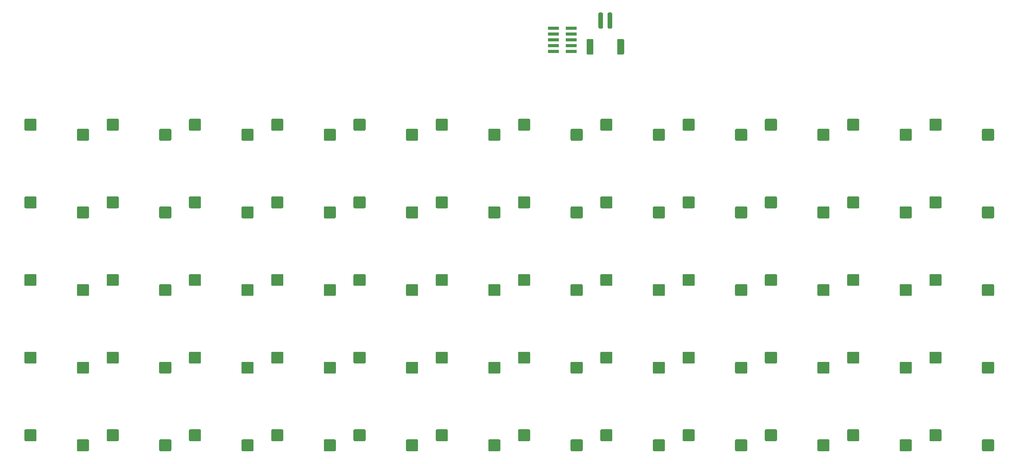
<source format=gbp>
G04 #@! TF.GenerationSoftware,KiCad,Pcbnew,7.0.9-7.0.9~ubuntu22.04.1*
G04 #@! TF.CreationDate,2023-12-21T23:36:55+01:00*
G04 #@! TF.ProjectId,basic60,62617369-6336-4302-9e6b-696361645f70,0.1*
G04 #@! TF.SameCoordinates,Original*
G04 #@! TF.FileFunction,Paste,Bot*
G04 #@! TF.FilePolarity,Positive*
%FSLAX46Y46*%
G04 Gerber Fmt 4.6, Leading zero omitted, Abs format (unit mm)*
G04 Created by KiCad (PCBNEW 7.0.9-7.0.9~ubuntu22.04.1) date 2023-12-21 23:36:55*
%MOMM*%
%LPD*%
G01*
G04 APERTURE LIST*
%ADD10R,2.400000X0.740000*%
G04 APERTURE END LIST*
G36*
G01*
X112170000Y-106854466D02*
X112170000Y-104774466D01*
G75*
G02*
X112430000Y-104514466I260000J0D01*
G01*
X114560000Y-104514466D01*
G75*
G02*
X114820000Y-104774466I0J-260000D01*
G01*
X114820000Y-106854466D01*
G75*
G02*
X114560000Y-107114466I-260000J0D01*
G01*
X112430000Y-107114466D01*
G75*
G02*
X112170000Y-106854466I0J260000D01*
G01*
G37*
G36*
G01*
X100680000Y-104654466D02*
X100680000Y-102574466D01*
G75*
G02*
X100940000Y-102314466I260000J0D01*
G01*
X103070000Y-102314466D01*
G75*
G02*
X103330000Y-102574466I0J-260000D01*
G01*
X103330000Y-104654466D01*
G75*
G02*
X103070000Y-104914466I-260000J0D01*
G01*
X100940000Y-104914466D01*
G75*
G02*
X100680000Y-104654466I0J260000D01*
G01*
G37*
G36*
G01*
X94170000Y-106854466D02*
X94170000Y-104774466D01*
G75*
G02*
X94430000Y-104514466I260000J0D01*
G01*
X96560000Y-104514466D01*
G75*
G02*
X96820000Y-104774466I0J-260000D01*
G01*
X96820000Y-106854466D01*
G75*
G02*
X96560000Y-107114466I-260000J0D01*
G01*
X94430000Y-107114466D01*
G75*
G02*
X94170000Y-106854466I0J260000D01*
G01*
G37*
G36*
G01*
X82680000Y-104654466D02*
X82680000Y-102574466D01*
G75*
G02*
X82940000Y-102314466I260000J0D01*
G01*
X85070000Y-102314466D01*
G75*
G02*
X85330000Y-102574466I0J-260000D01*
G01*
X85330000Y-104654466D01*
G75*
G02*
X85070000Y-104914466I-260000J0D01*
G01*
X82940000Y-104914466D01*
G75*
G02*
X82680000Y-104654466I0J260000D01*
G01*
G37*
G36*
G01*
X76170000Y-106854466D02*
X76170000Y-104774466D01*
G75*
G02*
X76430000Y-104514466I260000J0D01*
G01*
X78560000Y-104514466D01*
G75*
G02*
X78820000Y-104774466I0J-260000D01*
G01*
X78820000Y-106854466D01*
G75*
G02*
X78560000Y-107114466I-260000J0D01*
G01*
X76430000Y-107114466D01*
G75*
G02*
X76170000Y-106854466I0J260000D01*
G01*
G37*
G36*
G01*
X64680000Y-104654466D02*
X64680000Y-102574466D01*
G75*
G02*
X64940000Y-102314466I260000J0D01*
G01*
X67070000Y-102314466D01*
G75*
G02*
X67330000Y-102574466I0J-260000D01*
G01*
X67330000Y-104654466D01*
G75*
G02*
X67070000Y-104914466I-260000J0D01*
G01*
X64940000Y-104914466D01*
G75*
G02*
X64680000Y-104654466I0J260000D01*
G01*
G37*
G36*
G01*
X58170000Y-106854466D02*
X58170000Y-104774466D01*
G75*
G02*
X58430000Y-104514466I260000J0D01*
G01*
X60560000Y-104514466D01*
G75*
G02*
X60820000Y-104774466I0J-260000D01*
G01*
X60820000Y-106854466D01*
G75*
G02*
X60560000Y-107114466I-260000J0D01*
G01*
X58430000Y-107114466D01*
G75*
G02*
X58170000Y-106854466I0J260000D01*
G01*
G37*
G36*
G01*
X46680000Y-104654466D02*
X46680000Y-102574466D01*
G75*
G02*
X46940000Y-102314466I260000J0D01*
G01*
X49070000Y-102314466D01*
G75*
G02*
X49330000Y-102574466I0J-260000D01*
G01*
X49330000Y-104654466D01*
G75*
G02*
X49070000Y-104914466I-260000J0D01*
G01*
X46940000Y-104914466D01*
G75*
G02*
X46680000Y-104654466I0J260000D01*
G01*
G37*
G36*
G01*
X256170000Y-89854466D02*
X256170000Y-87774466D01*
G75*
G02*
X256430000Y-87514466I260000J0D01*
G01*
X258560000Y-87514466D01*
G75*
G02*
X258820000Y-87774466I0J-260000D01*
G01*
X258820000Y-89854466D01*
G75*
G02*
X258560000Y-90114466I-260000J0D01*
G01*
X256430000Y-90114466D01*
G75*
G02*
X256170000Y-89854466I0J260000D01*
G01*
G37*
G36*
G01*
X244680000Y-87654466D02*
X244680000Y-85574466D01*
G75*
G02*
X244940000Y-85314466I260000J0D01*
G01*
X247070000Y-85314466D01*
G75*
G02*
X247330000Y-85574466I0J-260000D01*
G01*
X247330000Y-87654466D01*
G75*
G02*
X247070000Y-87914466I-260000J0D01*
G01*
X244940000Y-87914466D01*
G75*
G02*
X244680000Y-87654466I0J260000D01*
G01*
G37*
G36*
G01*
X238170000Y-89854466D02*
X238170000Y-87774466D01*
G75*
G02*
X238430000Y-87514466I260000J0D01*
G01*
X240560000Y-87514466D01*
G75*
G02*
X240820000Y-87774466I0J-260000D01*
G01*
X240820000Y-89854466D01*
G75*
G02*
X240560000Y-90114466I-260000J0D01*
G01*
X238430000Y-90114466D01*
G75*
G02*
X238170000Y-89854466I0J260000D01*
G01*
G37*
G36*
G01*
X226680000Y-87654466D02*
X226680000Y-85574466D01*
G75*
G02*
X226940000Y-85314466I260000J0D01*
G01*
X229070000Y-85314466D01*
G75*
G02*
X229330000Y-85574466I0J-260000D01*
G01*
X229330000Y-87654466D01*
G75*
G02*
X229070000Y-87914466I-260000J0D01*
G01*
X226940000Y-87914466D01*
G75*
G02*
X226680000Y-87654466I0J260000D01*
G01*
G37*
G36*
G01*
X220170000Y-89854466D02*
X220170000Y-87774466D01*
G75*
G02*
X220430000Y-87514466I260000J0D01*
G01*
X222560000Y-87514466D01*
G75*
G02*
X222820000Y-87774466I0J-260000D01*
G01*
X222820000Y-89854466D01*
G75*
G02*
X222560000Y-90114466I-260000J0D01*
G01*
X220430000Y-90114466D01*
G75*
G02*
X220170000Y-89854466I0J260000D01*
G01*
G37*
G36*
G01*
X208680000Y-87654466D02*
X208680000Y-85574466D01*
G75*
G02*
X208940000Y-85314466I260000J0D01*
G01*
X211070000Y-85314466D01*
G75*
G02*
X211330000Y-85574466I0J-260000D01*
G01*
X211330000Y-87654466D01*
G75*
G02*
X211070000Y-87914466I-260000J0D01*
G01*
X208940000Y-87914466D01*
G75*
G02*
X208680000Y-87654466I0J260000D01*
G01*
G37*
G36*
G01*
X184170000Y-89854466D02*
X184170000Y-87774466D01*
G75*
G02*
X184430000Y-87514466I260000J0D01*
G01*
X186560000Y-87514466D01*
G75*
G02*
X186820000Y-87774466I0J-260000D01*
G01*
X186820000Y-89854466D01*
G75*
G02*
X186560000Y-90114466I-260000J0D01*
G01*
X184430000Y-90114466D01*
G75*
G02*
X184170000Y-89854466I0J260000D01*
G01*
G37*
G36*
G01*
X172680000Y-87654466D02*
X172680000Y-85574466D01*
G75*
G02*
X172940000Y-85314466I260000J0D01*
G01*
X175070000Y-85314466D01*
G75*
G02*
X175330000Y-85574466I0J-260000D01*
G01*
X175330000Y-87654466D01*
G75*
G02*
X175070000Y-87914466I-260000J0D01*
G01*
X172940000Y-87914466D01*
G75*
G02*
X172680000Y-87654466I0J260000D01*
G01*
G37*
G36*
G01*
X166170000Y-89854466D02*
X166170000Y-87774466D01*
G75*
G02*
X166430000Y-87514466I260000J0D01*
G01*
X168560000Y-87514466D01*
G75*
G02*
X168820000Y-87774466I0J-260000D01*
G01*
X168820000Y-89854466D01*
G75*
G02*
X168560000Y-90114466I-260000J0D01*
G01*
X166430000Y-90114466D01*
G75*
G02*
X166170000Y-89854466I0J260000D01*
G01*
G37*
G36*
G01*
X154680000Y-87654466D02*
X154680000Y-85574466D01*
G75*
G02*
X154940000Y-85314466I260000J0D01*
G01*
X157070000Y-85314466D01*
G75*
G02*
X157330000Y-85574466I0J-260000D01*
G01*
X157330000Y-87654466D01*
G75*
G02*
X157070000Y-87914466I-260000J0D01*
G01*
X154940000Y-87914466D01*
G75*
G02*
X154680000Y-87654466I0J260000D01*
G01*
G37*
G36*
G01*
X148170000Y-89854466D02*
X148170000Y-87774466D01*
G75*
G02*
X148430000Y-87514466I260000J0D01*
G01*
X150560000Y-87514466D01*
G75*
G02*
X150820000Y-87774466I0J-260000D01*
G01*
X150820000Y-89854466D01*
G75*
G02*
X150560000Y-90114466I-260000J0D01*
G01*
X148430000Y-90114466D01*
G75*
G02*
X148170000Y-89854466I0J260000D01*
G01*
G37*
G36*
G01*
X136680000Y-87654466D02*
X136680000Y-85574466D01*
G75*
G02*
X136940000Y-85314466I260000J0D01*
G01*
X139070000Y-85314466D01*
G75*
G02*
X139330000Y-85574466I0J-260000D01*
G01*
X139330000Y-87654466D01*
G75*
G02*
X139070000Y-87914466I-260000J0D01*
G01*
X136940000Y-87914466D01*
G75*
G02*
X136680000Y-87654466I0J260000D01*
G01*
G37*
G36*
G01*
X166170000Y-72854466D02*
X166170000Y-70774466D01*
G75*
G02*
X166430000Y-70514466I260000J0D01*
G01*
X168560000Y-70514466D01*
G75*
G02*
X168820000Y-70774466I0J-260000D01*
G01*
X168820000Y-72854466D01*
G75*
G02*
X168560000Y-73114466I-260000J0D01*
G01*
X166430000Y-73114466D01*
G75*
G02*
X166170000Y-72854466I0J260000D01*
G01*
G37*
G36*
G01*
X154680000Y-70654466D02*
X154680000Y-68574466D01*
G75*
G02*
X154940000Y-68314466I260000J0D01*
G01*
X157070000Y-68314466D01*
G75*
G02*
X157330000Y-68574466I0J-260000D01*
G01*
X157330000Y-70654466D01*
G75*
G02*
X157070000Y-70914466I-260000J0D01*
G01*
X154940000Y-70914466D01*
G75*
G02*
X154680000Y-70654466I0J260000D01*
G01*
G37*
G36*
G01*
X202170000Y-89854466D02*
X202170000Y-87774466D01*
G75*
G02*
X202430000Y-87514466I260000J0D01*
G01*
X204560000Y-87514466D01*
G75*
G02*
X204820000Y-87774466I0J-260000D01*
G01*
X204820000Y-89854466D01*
G75*
G02*
X204560000Y-90114466I-260000J0D01*
G01*
X202430000Y-90114466D01*
G75*
G02*
X202170000Y-89854466I0J260000D01*
G01*
G37*
G36*
G01*
X190680000Y-87654466D02*
X190680000Y-85574466D01*
G75*
G02*
X190940000Y-85314466I260000J0D01*
G01*
X193070000Y-85314466D01*
G75*
G02*
X193330000Y-85574466I0J-260000D01*
G01*
X193330000Y-87654466D01*
G75*
G02*
X193070000Y-87914466I-260000J0D01*
G01*
X190940000Y-87914466D01*
G75*
G02*
X190680000Y-87654466I0J260000D01*
G01*
G37*
G36*
G01*
X130170000Y-89854466D02*
X130170000Y-87774466D01*
G75*
G02*
X130430000Y-87514466I260000J0D01*
G01*
X132560000Y-87514466D01*
G75*
G02*
X132820000Y-87774466I0J-260000D01*
G01*
X132820000Y-89854466D01*
G75*
G02*
X132560000Y-90114466I-260000J0D01*
G01*
X130430000Y-90114466D01*
G75*
G02*
X130170000Y-89854466I0J260000D01*
G01*
G37*
G36*
G01*
X118680000Y-87654466D02*
X118680000Y-85574466D01*
G75*
G02*
X118940000Y-85314466I260000J0D01*
G01*
X121070000Y-85314466D01*
G75*
G02*
X121330000Y-85574466I0J-260000D01*
G01*
X121330000Y-87654466D01*
G75*
G02*
X121070000Y-87914466I-260000J0D01*
G01*
X118940000Y-87914466D01*
G75*
G02*
X118680000Y-87654466I0J260000D01*
G01*
G37*
G36*
G01*
X112170000Y-89854466D02*
X112170000Y-87774466D01*
G75*
G02*
X112430000Y-87514466I260000J0D01*
G01*
X114560000Y-87514466D01*
G75*
G02*
X114820000Y-87774466I0J-260000D01*
G01*
X114820000Y-89854466D01*
G75*
G02*
X114560000Y-90114466I-260000J0D01*
G01*
X112430000Y-90114466D01*
G75*
G02*
X112170000Y-89854466I0J260000D01*
G01*
G37*
G36*
G01*
X100680000Y-87654466D02*
X100680000Y-85574466D01*
G75*
G02*
X100940000Y-85314466I260000J0D01*
G01*
X103070000Y-85314466D01*
G75*
G02*
X103330000Y-85574466I0J-260000D01*
G01*
X103330000Y-87654466D01*
G75*
G02*
X103070000Y-87914466I-260000J0D01*
G01*
X100940000Y-87914466D01*
G75*
G02*
X100680000Y-87654466I0J260000D01*
G01*
G37*
G36*
G01*
X94170000Y-89854466D02*
X94170000Y-87774466D01*
G75*
G02*
X94430000Y-87514466I260000J0D01*
G01*
X96560000Y-87514466D01*
G75*
G02*
X96820000Y-87774466I0J-260000D01*
G01*
X96820000Y-89854466D01*
G75*
G02*
X96560000Y-90114466I-260000J0D01*
G01*
X94430000Y-90114466D01*
G75*
G02*
X94170000Y-89854466I0J260000D01*
G01*
G37*
G36*
G01*
X82680000Y-87654466D02*
X82680000Y-85574466D01*
G75*
G02*
X82940000Y-85314466I260000J0D01*
G01*
X85070000Y-85314466D01*
G75*
G02*
X85330000Y-85574466I0J-260000D01*
G01*
X85330000Y-87654466D01*
G75*
G02*
X85070000Y-87914466I-260000J0D01*
G01*
X82940000Y-87914466D01*
G75*
G02*
X82680000Y-87654466I0J260000D01*
G01*
G37*
G36*
G01*
X76170000Y-89854466D02*
X76170000Y-87774466D01*
G75*
G02*
X76430000Y-87514466I260000J0D01*
G01*
X78560000Y-87514466D01*
G75*
G02*
X78820000Y-87774466I0J-260000D01*
G01*
X78820000Y-89854466D01*
G75*
G02*
X78560000Y-90114466I-260000J0D01*
G01*
X76430000Y-90114466D01*
G75*
G02*
X76170000Y-89854466I0J260000D01*
G01*
G37*
G36*
G01*
X64680000Y-87654466D02*
X64680000Y-85574466D01*
G75*
G02*
X64940000Y-85314466I260000J0D01*
G01*
X67070000Y-85314466D01*
G75*
G02*
X67330000Y-85574466I0J-260000D01*
G01*
X67330000Y-87654466D01*
G75*
G02*
X67070000Y-87914466I-260000J0D01*
G01*
X64940000Y-87914466D01*
G75*
G02*
X64680000Y-87654466I0J260000D01*
G01*
G37*
G36*
G01*
X58170000Y-89854466D02*
X58170000Y-87774466D01*
G75*
G02*
X58430000Y-87514466I260000J0D01*
G01*
X60560000Y-87514466D01*
G75*
G02*
X60820000Y-87774466I0J-260000D01*
G01*
X60820000Y-89854466D01*
G75*
G02*
X60560000Y-90114466I-260000J0D01*
G01*
X58430000Y-90114466D01*
G75*
G02*
X58170000Y-89854466I0J260000D01*
G01*
G37*
G36*
G01*
X46680000Y-87654466D02*
X46680000Y-85574466D01*
G75*
G02*
X46940000Y-85314466I260000J0D01*
G01*
X49070000Y-85314466D01*
G75*
G02*
X49330000Y-85574466I0J-260000D01*
G01*
X49330000Y-87654466D01*
G75*
G02*
X49070000Y-87914466I-260000J0D01*
G01*
X46940000Y-87914466D01*
G75*
G02*
X46680000Y-87654466I0J260000D01*
G01*
G37*
G36*
G01*
X256170000Y-72854466D02*
X256170000Y-70774466D01*
G75*
G02*
X256430000Y-70514466I260000J0D01*
G01*
X258560000Y-70514466D01*
G75*
G02*
X258820000Y-70774466I0J-260000D01*
G01*
X258820000Y-72854466D01*
G75*
G02*
X258560000Y-73114466I-260000J0D01*
G01*
X256430000Y-73114466D01*
G75*
G02*
X256170000Y-72854466I0J260000D01*
G01*
G37*
G36*
G01*
X244680000Y-70654466D02*
X244680000Y-68574466D01*
G75*
G02*
X244940000Y-68314466I260000J0D01*
G01*
X247070000Y-68314466D01*
G75*
G02*
X247330000Y-68574466I0J-260000D01*
G01*
X247330000Y-70654466D01*
G75*
G02*
X247070000Y-70914466I-260000J0D01*
G01*
X244940000Y-70914466D01*
G75*
G02*
X244680000Y-70654466I0J260000D01*
G01*
G37*
G36*
G01*
X130170000Y-123854466D02*
X130170000Y-121774466D01*
G75*
G02*
X130430000Y-121514466I260000J0D01*
G01*
X132560000Y-121514466D01*
G75*
G02*
X132820000Y-121774466I0J-260000D01*
G01*
X132820000Y-123854466D01*
G75*
G02*
X132560000Y-124114466I-260000J0D01*
G01*
X130430000Y-124114466D01*
G75*
G02*
X130170000Y-123854466I0J260000D01*
G01*
G37*
G36*
G01*
X118680000Y-121654466D02*
X118680000Y-119574466D01*
G75*
G02*
X118940000Y-119314466I260000J0D01*
G01*
X121070000Y-119314466D01*
G75*
G02*
X121330000Y-119574466I0J-260000D01*
G01*
X121330000Y-121654466D01*
G75*
G02*
X121070000Y-121914466I-260000J0D01*
G01*
X118940000Y-121914466D01*
G75*
G02*
X118680000Y-121654466I0J260000D01*
G01*
G37*
G36*
G01*
X238170000Y-72854466D02*
X238170000Y-70774466D01*
G75*
G02*
X238430000Y-70514466I260000J0D01*
G01*
X240560000Y-70514466D01*
G75*
G02*
X240820000Y-70774466I0J-260000D01*
G01*
X240820000Y-72854466D01*
G75*
G02*
X240560000Y-73114466I-260000J0D01*
G01*
X238430000Y-73114466D01*
G75*
G02*
X238170000Y-72854466I0J260000D01*
G01*
G37*
G36*
G01*
X226680000Y-70654466D02*
X226680000Y-68574466D01*
G75*
G02*
X226940000Y-68314466I260000J0D01*
G01*
X229070000Y-68314466D01*
G75*
G02*
X229330000Y-68574466I0J-260000D01*
G01*
X229330000Y-70654466D01*
G75*
G02*
X229070000Y-70914466I-260000J0D01*
G01*
X226940000Y-70914466D01*
G75*
G02*
X226680000Y-70654466I0J260000D01*
G01*
G37*
G36*
G01*
X58170000Y-72854466D02*
X58170000Y-70774466D01*
G75*
G02*
X58430000Y-70514466I260000J0D01*
G01*
X60560000Y-70514466D01*
G75*
G02*
X60820000Y-70774466I0J-260000D01*
G01*
X60820000Y-72854466D01*
G75*
G02*
X60560000Y-73114466I-260000J0D01*
G01*
X58430000Y-73114466D01*
G75*
G02*
X58170000Y-72854466I0J260000D01*
G01*
G37*
G36*
G01*
X46680000Y-70654466D02*
X46680000Y-68574466D01*
G75*
G02*
X46940000Y-68314466I260000J0D01*
G01*
X49070000Y-68314466D01*
G75*
G02*
X49330000Y-68574466I0J-260000D01*
G01*
X49330000Y-70654466D01*
G75*
G02*
X49070000Y-70914466I-260000J0D01*
G01*
X46940000Y-70914466D01*
G75*
G02*
X46680000Y-70654466I0J260000D01*
G01*
G37*
G36*
G01*
X130170000Y-72854466D02*
X130170000Y-70774466D01*
G75*
G02*
X130430000Y-70514466I260000J0D01*
G01*
X132560000Y-70514466D01*
G75*
G02*
X132820000Y-70774466I0J-260000D01*
G01*
X132820000Y-72854466D01*
G75*
G02*
X132560000Y-73114466I-260000J0D01*
G01*
X130430000Y-73114466D01*
G75*
G02*
X130170000Y-72854466I0J260000D01*
G01*
G37*
G36*
G01*
X118680000Y-70654466D02*
X118680000Y-68574466D01*
G75*
G02*
X118940000Y-68314466I260000J0D01*
G01*
X121070000Y-68314466D01*
G75*
G02*
X121330000Y-68574466I0J-260000D01*
G01*
X121330000Y-70654466D01*
G75*
G02*
X121070000Y-70914466I-260000J0D01*
G01*
X118940000Y-70914466D01*
G75*
G02*
X118680000Y-70654466I0J260000D01*
G01*
G37*
G36*
G01*
X112170000Y-72854466D02*
X112170000Y-70774466D01*
G75*
G02*
X112430000Y-70514466I260000J0D01*
G01*
X114560000Y-70514466D01*
G75*
G02*
X114820000Y-70774466I0J-260000D01*
G01*
X114820000Y-72854466D01*
G75*
G02*
X114560000Y-73114466I-260000J0D01*
G01*
X112430000Y-73114466D01*
G75*
G02*
X112170000Y-72854466I0J260000D01*
G01*
G37*
G36*
G01*
X100680000Y-70654466D02*
X100680000Y-68574466D01*
G75*
G02*
X100940000Y-68314466I260000J0D01*
G01*
X103070000Y-68314466D01*
G75*
G02*
X103330000Y-68574466I0J-260000D01*
G01*
X103330000Y-70654466D01*
G75*
G02*
X103070000Y-70914466I-260000J0D01*
G01*
X100940000Y-70914466D01*
G75*
G02*
X100680000Y-70654466I0J260000D01*
G01*
G37*
G36*
G01*
X184170000Y-72854466D02*
X184170000Y-70774466D01*
G75*
G02*
X184430000Y-70514466I260000J0D01*
G01*
X186560000Y-70514466D01*
G75*
G02*
X186820000Y-70774466I0J-260000D01*
G01*
X186820000Y-72854466D01*
G75*
G02*
X186560000Y-73114466I-260000J0D01*
G01*
X184430000Y-73114466D01*
G75*
G02*
X184170000Y-72854466I0J260000D01*
G01*
G37*
G36*
G01*
X172680000Y-70654466D02*
X172680000Y-68574466D01*
G75*
G02*
X172940000Y-68314466I260000J0D01*
G01*
X175070000Y-68314466D01*
G75*
G02*
X175330000Y-68574466I0J-260000D01*
G01*
X175330000Y-70654466D01*
G75*
G02*
X175070000Y-70914466I-260000J0D01*
G01*
X172940000Y-70914466D01*
G75*
G02*
X172680000Y-70654466I0J260000D01*
G01*
G37*
G36*
G01*
X166170000Y-106854466D02*
X166170000Y-104774466D01*
G75*
G02*
X166430000Y-104514466I260000J0D01*
G01*
X168560000Y-104514466D01*
G75*
G02*
X168820000Y-104774466I0J-260000D01*
G01*
X168820000Y-106854466D01*
G75*
G02*
X168560000Y-107114466I-260000J0D01*
G01*
X166430000Y-107114466D01*
G75*
G02*
X166170000Y-106854466I0J260000D01*
G01*
G37*
G36*
G01*
X154680000Y-104654466D02*
X154680000Y-102574466D01*
G75*
G02*
X154940000Y-102314466I260000J0D01*
G01*
X157070000Y-102314466D01*
G75*
G02*
X157330000Y-102574466I0J-260000D01*
G01*
X157330000Y-104654466D01*
G75*
G02*
X157070000Y-104914466I-260000J0D01*
G01*
X154940000Y-104914466D01*
G75*
G02*
X154680000Y-104654466I0J260000D01*
G01*
G37*
G36*
G01*
X76170000Y-72854466D02*
X76170000Y-70774466D01*
G75*
G02*
X76430000Y-70514466I260000J0D01*
G01*
X78560000Y-70514466D01*
G75*
G02*
X78820000Y-70774466I0J-260000D01*
G01*
X78820000Y-72854466D01*
G75*
G02*
X78560000Y-73114466I-260000J0D01*
G01*
X76430000Y-73114466D01*
G75*
G02*
X76170000Y-72854466I0J260000D01*
G01*
G37*
G36*
G01*
X64680000Y-70654466D02*
X64680000Y-68574466D01*
G75*
G02*
X64940000Y-68314466I260000J0D01*
G01*
X67070000Y-68314466D01*
G75*
G02*
X67330000Y-68574466I0J-260000D01*
G01*
X67330000Y-70654466D01*
G75*
G02*
X67070000Y-70914466I-260000J0D01*
G01*
X64940000Y-70914466D01*
G75*
G02*
X64680000Y-70654466I0J260000D01*
G01*
G37*
G36*
G01*
X220170000Y-72854466D02*
X220170000Y-70774466D01*
G75*
G02*
X220430000Y-70514466I260000J0D01*
G01*
X222560000Y-70514466D01*
G75*
G02*
X222820000Y-70774466I0J-260000D01*
G01*
X222820000Y-72854466D01*
G75*
G02*
X222560000Y-73114466I-260000J0D01*
G01*
X220430000Y-73114466D01*
G75*
G02*
X220170000Y-72854466I0J260000D01*
G01*
G37*
G36*
G01*
X208680000Y-70654466D02*
X208680000Y-68574466D01*
G75*
G02*
X208940000Y-68314466I260000J0D01*
G01*
X211070000Y-68314466D01*
G75*
G02*
X211330000Y-68574466I0J-260000D01*
G01*
X211330000Y-70654466D01*
G75*
G02*
X211070000Y-70914466I-260000J0D01*
G01*
X208940000Y-70914466D01*
G75*
G02*
X208680000Y-70654466I0J260000D01*
G01*
G37*
G36*
G01*
X202170000Y-72854466D02*
X202170000Y-70774466D01*
G75*
G02*
X202430000Y-70514466I260000J0D01*
G01*
X204560000Y-70514466D01*
G75*
G02*
X204820000Y-70774466I0J-260000D01*
G01*
X204820000Y-72854466D01*
G75*
G02*
X204560000Y-73114466I-260000J0D01*
G01*
X202430000Y-73114466D01*
G75*
G02*
X202170000Y-72854466I0J260000D01*
G01*
G37*
G36*
G01*
X190680000Y-70654466D02*
X190680000Y-68574466D01*
G75*
G02*
X190940000Y-68314466I260000J0D01*
G01*
X193070000Y-68314466D01*
G75*
G02*
X193330000Y-68574466I0J-260000D01*
G01*
X193330000Y-70654466D01*
G75*
G02*
X193070000Y-70914466I-260000J0D01*
G01*
X190940000Y-70914466D01*
G75*
G02*
X190680000Y-70654466I0J260000D01*
G01*
G37*
G36*
G01*
X256170000Y-106854466D02*
X256170000Y-104774466D01*
G75*
G02*
X256430000Y-104514466I260000J0D01*
G01*
X258560000Y-104514466D01*
G75*
G02*
X258820000Y-104774466I0J-260000D01*
G01*
X258820000Y-106854466D01*
G75*
G02*
X258560000Y-107114466I-260000J0D01*
G01*
X256430000Y-107114466D01*
G75*
G02*
X256170000Y-106854466I0J260000D01*
G01*
G37*
G36*
G01*
X244680000Y-104654466D02*
X244680000Y-102574466D01*
G75*
G02*
X244940000Y-102314466I260000J0D01*
G01*
X247070000Y-102314466D01*
G75*
G02*
X247330000Y-102574466I0J-260000D01*
G01*
X247330000Y-104654466D01*
G75*
G02*
X247070000Y-104914466I-260000J0D01*
G01*
X244940000Y-104914466D01*
G75*
G02*
X244680000Y-104654466I0J260000D01*
G01*
G37*
G36*
G01*
X238170000Y-106854466D02*
X238170000Y-104774466D01*
G75*
G02*
X238430000Y-104514466I260000J0D01*
G01*
X240560000Y-104514466D01*
G75*
G02*
X240820000Y-104774466I0J-260000D01*
G01*
X240820000Y-106854466D01*
G75*
G02*
X240560000Y-107114466I-260000J0D01*
G01*
X238430000Y-107114466D01*
G75*
G02*
X238170000Y-106854466I0J260000D01*
G01*
G37*
G36*
G01*
X226680000Y-104654466D02*
X226680000Y-102574466D01*
G75*
G02*
X226940000Y-102314466I260000J0D01*
G01*
X229070000Y-102314466D01*
G75*
G02*
X229330000Y-102574466I0J-260000D01*
G01*
X229330000Y-104654466D01*
G75*
G02*
X229070000Y-104914466I-260000J0D01*
G01*
X226940000Y-104914466D01*
G75*
G02*
X226680000Y-104654466I0J260000D01*
G01*
G37*
G36*
G01*
X220170000Y-106854466D02*
X220170000Y-104774466D01*
G75*
G02*
X220430000Y-104514466I260000J0D01*
G01*
X222560000Y-104514466D01*
G75*
G02*
X222820000Y-104774466I0J-260000D01*
G01*
X222820000Y-106854466D01*
G75*
G02*
X222560000Y-107114466I-260000J0D01*
G01*
X220430000Y-107114466D01*
G75*
G02*
X220170000Y-106854466I0J260000D01*
G01*
G37*
G36*
G01*
X208680000Y-104654466D02*
X208680000Y-102574466D01*
G75*
G02*
X208940000Y-102314466I260000J0D01*
G01*
X211070000Y-102314466D01*
G75*
G02*
X211330000Y-102574466I0J-260000D01*
G01*
X211330000Y-104654466D01*
G75*
G02*
X211070000Y-104914466I-260000J0D01*
G01*
X208940000Y-104914466D01*
G75*
G02*
X208680000Y-104654466I0J260000D01*
G01*
G37*
G36*
G01*
X202170000Y-106854466D02*
X202170000Y-104774466D01*
G75*
G02*
X202430000Y-104514466I260000J0D01*
G01*
X204560000Y-104514466D01*
G75*
G02*
X204820000Y-104774466I0J-260000D01*
G01*
X204820000Y-106854466D01*
G75*
G02*
X204560000Y-107114466I-260000J0D01*
G01*
X202430000Y-107114466D01*
G75*
G02*
X202170000Y-106854466I0J260000D01*
G01*
G37*
G36*
G01*
X190680000Y-104654466D02*
X190680000Y-102574466D01*
G75*
G02*
X190940000Y-102314466I260000J0D01*
G01*
X193070000Y-102314466D01*
G75*
G02*
X193330000Y-102574466I0J-260000D01*
G01*
X193330000Y-104654466D01*
G75*
G02*
X193070000Y-104914466I-260000J0D01*
G01*
X190940000Y-104914466D01*
G75*
G02*
X190680000Y-104654466I0J260000D01*
G01*
G37*
G36*
G01*
X184170000Y-106854466D02*
X184170000Y-104774466D01*
G75*
G02*
X184430000Y-104514466I260000J0D01*
G01*
X186560000Y-104514466D01*
G75*
G02*
X186820000Y-104774466I0J-260000D01*
G01*
X186820000Y-106854466D01*
G75*
G02*
X186560000Y-107114466I-260000J0D01*
G01*
X184430000Y-107114466D01*
G75*
G02*
X184170000Y-106854466I0J260000D01*
G01*
G37*
G36*
G01*
X172680000Y-104654466D02*
X172680000Y-102574466D01*
G75*
G02*
X172940000Y-102314466I260000J0D01*
G01*
X175070000Y-102314466D01*
G75*
G02*
X175330000Y-102574466I0J-260000D01*
G01*
X175330000Y-104654466D01*
G75*
G02*
X175070000Y-104914466I-260000J0D01*
G01*
X172940000Y-104914466D01*
G75*
G02*
X172680000Y-104654466I0J260000D01*
G01*
G37*
G36*
G01*
X148170000Y-106854466D02*
X148170000Y-104774466D01*
G75*
G02*
X148430000Y-104514466I260000J0D01*
G01*
X150560000Y-104514466D01*
G75*
G02*
X150820000Y-104774466I0J-260000D01*
G01*
X150820000Y-106854466D01*
G75*
G02*
X150560000Y-107114466I-260000J0D01*
G01*
X148430000Y-107114466D01*
G75*
G02*
X148170000Y-106854466I0J260000D01*
G01*
G37*
G36*
G01*
X136680000Y-104654466D02*
X136680000Y-102574466D01*
G75*
G02*
X136940000Y-102314466I260000J0D01*
G01*
X139070000Y-102314466D01*
G75*
G02*
X139330000Y-102574466I0J-260000D01*
G01*
X139330000Y-104654466D01*
G75*
G02*
X139070000Y-104914466I-260000J0D01*
G01*
X136940000Y-104914466D01*
G75*
G02*
X136680000Y-104654466I0J260000D01*
G01*
G37*
G36*
G01*
X130170000Y-106854466D02*
X130170000Y-104774466D01*
G75*
G02*
X130430000Y-104514466I260000J0D01*
G01*
X132560000Y-104514466D01*
G75*
G02*
X132820000Y-104774466I0J-260000D01*
G01*
X132820000Y-106854466D01*
G75*
G02*
X132560000Y-107114466I-260000J0D01*
G01*
X130430000Y-107114466D01*
G75*
G02*
X130170000Y-106854466I0J260000D01*
G01*
G37*
G36*
G01*
X118680000Y-104654466D02*
X118680000Y-102574466D01*
G75*
G02*
X118940000Y-102314466I260000J0D01*
G01*
X121070000Y-102314466D01*
G75*
G02*
X121330000Y-102574466I0J-260000D01*
G01*
X121330000Y-104654466D01*
G75*
G02*
X121070000Y-104914466I-260000J0D01*
G01*
X118940000Y-104914466D01*
G75*
G02*
X118680000Y-104654466I0J260000D01*
G01*
G37*
G36*
G01*
X94170000Y-72854466D02*
X94170000Y-70774466D01*
G75*
G02*
X94430000Y-70514466I260000J0D01*
G01*
X96560000Y-70514466D01*
G75*
G02*
X96820000Y-70774466I0J-260000D01*
G01*
X96820000Y-72854466D01*
G75*
G02*
X96560000Y-73114466I-260000J0D01*
G01*
X94430000Y-73114466D01*
G75*
G02*
X94170000Y-72854466I0J260000D01*
G01*
G37*
G36*
G01*
X82680000Y-70654466D02*
X82680000Y-68574466D01*
G75*
G02*
X82940000Y-68314466I260000J0D01*
G01*
X85070000Y-68314466D01*
G75*
G02*
X85330000Y-68574466I0J-260000D01*
G01*
X85330000Y-70654466D01*
G75*
G02*
X85070000Y-70914466I-260000J0D01*
G01*
X82940000Y-70914466D01*
G75*
G02*
X82680000Y-70654466I0J260000D01*
G01*
G37*
G36*
G01*
X148170000Y-72854466D02*
X148170000Y-70774466D01*
G75*
G02*
X148430000Y-70514466I260000J0D01*
G01*
X150560000Y-70514466D01*
G75*
G02*
X150820000Y-70774466I0J-260000D01*
G01*
X150820000Y-72854466D01*
G75*
G02*
X150560000Y-73114466I-260000J0D01*
G01*
X148430000Y-73114466D01*
G75*
G02*
X148170000Y-72854466I0J260000D01*
G01*
G37*
G36*
G01*
X136680000Y-70654466D02*
X136680000Y-68574466D01*
G75*
G02*
X136940000Y-68314466I260000J0D01*
G01*
X139070000Y-68314466D01*
G75*
G02*
X139330000Y-68574466I0J-260000D01*
G01*
X139330000Y-70654466D01*
G75*
G02*
X139070000Y-70914466I-260000J0D01*
G01*
X136940000Y-70914466D01*
G75*
G02*
X136680000Y-70654466I0J260000D01*
G01*
G37*
G36*
G01*
X112170000Y-123854466D02*
X112170000Y-121774466D01*
G75*
G02*
X112430000Y-121514466I260000J0D01*
G01*
X114560000Y-121514466D01*
G75*
G02*
X114820000Y-121774466I0J-260000D01*
G01*
X114820000Y-123854466D01*
G75*
G02*
X114560000Y-124114466I-260000J0D01*
G01*
X112430000Y-124114466D01*
G75*
G02*
X112170000Y-123854466I0J260000D01*
G01*
G37*
G36*
G01*
X100680000Y-121654466D02*
X100680000Y-119574466D01*
G75*
G02*
X100940000Y-119314466I260000J0D01*
G01*
X103070000Y-119314466D01*
G75*
G02*
X103330000Y-119574466I0J-260000D01*
G01*
X103330000Y-121654466D01*
G75*
G02*
X103070000Y-121914466I-260000J0D01*
G01*
X100940000Y-121914466D01*
G75*
G02*
X100680000Y-121654466I0J260000D01*
G01*
G37*
G36*
G01*
X184170000Y-123854466D02*
X184170000Y-121774466D01*
G75*
G02*
X184430000Y-121514466I260000J0D01*
G01*
X186560000Y-121514466D01*
G75*
G02*
X186820000Y-121774466I0J-260000D01*
G01*
X186820000Y-123854466D01*
G75*
G02*
X186560000Y-124114466I-260000J0D01*
G01*
X184430000Y-124114466D01*
G75*
G02*
X184170000Y-123854466I0J260000D01*
G01*
G37*
G36*
G01*
X172680000Y-121654466D02*
X172680000Y-119574466D01*
G75*
G02*
X172940000Y-119314466I260000J0D01*
G01*
X175070000Y-119314466D01*
G75*
G02*
X175330000Y-119574466I0J-260000D01*
G01*
X175330000Y-121654466D01*
G75*
G02*
X175070000Y-121914466I-260000J0D01*
G01*
X172940000Y-121914466D01*
G75*
G02*
X172680000Y-121654466I0J260000D01*
G01*
G37*
G36*
G01*
X202170000Y-123854466D02*
X202170000Y-121774466D01*
G75*
G02*
X202430000Y-121514466I260000J0D01*
G01*
X204560000Y-121514466D01*
G75*
G02*
X204820000Y-121774466I0J-260000D01*
G01*
X204820000Y-123854466D01*
G75*
G02*
X204560000Y-124114466I-260000J0D01*
G01*
X202430000Y-124114466D01*
G75*
G02*
X202170000Y-123854466I0J260000D01*
G01*
G37*
G36*
G01*
X190680000Y-121654466D02*
X190680000Y-119574466D01*
G75*
G02*
X190940000Y-119314466I260000J0D01*
G01*
X193070000Y-119314466D01*
G75*
G02*
X193330000Y-119574466I0J-260000D01*
G01*
X193330000Y-121654466D01*
G75*
G02*
X193070000Y-121914466I-260000J0D01*
G01*
X190940000Y-121914466D01*
G75*
G02*
X190680000Y-121654466I0J260000D01*
G01*
G37*
G36*
G01*
X166170000Y-123854466D02*
X166170000Y-121774466D01*
G75*
G02*
X166430000Y-121514466I260000J0D01*
G01*
X168560000Y-121514466D01*
G75*
G02*
X168820000Y-121774466I0J-260000D01*
G01*
X168820000Y-123854466D01*
G75*
G02*
X168560000Y-124114466I-260000J0D01*
G01*
X166430000Y-124114466D01*
G75*
G02*
X166170000Y-123854466I0J260000D01*
G01*
G37*
G36*
G01*
X154680000Y-121654466D02*
X154680000Y-119574466D01*
G75*
G02*
X154940000Y-119314466I260000J0D01*
G01*
X157070000Y-119314466D01*
G75*
G02*
X157330000Y-119574466I0J-260000D01*
G01*
X157330000Y-121654466D01*
G75*
G02*
X157070000Y-121914466I-260000J0D01*
G01*
X154940000Y-121914466D01*
G75*
G02*
X154680000Y-121654466I0J260000D01*
G01*
G37*
G36*
G01*
X94170000Y-123854466D02*
X94170000Y-121774466D01*
G75*
G02*
X94430000Y-121514466I260000J0D01*
G01*
X96560000Y-121514466D01*
G75*
G02*
X96820000Y-121774466I0J-260000D01*
G01*
X96820000Y-123854466D01*
G75*
G02*
X96560000Y-124114466I-260000J0D01*
G01*
X94430000Y-124114466D01*
G75*
G02*
X94170000Y-123854466I0J260000D01*
G01*
G37*
G36*
G01*
X82680000Y-121654466D02*
X82680000Y-119574466D01*
G75*
G02*
X82940000Y-119314466I260000J0D01*
G01*
X85070000Y-119314466D01*
G75*
G02*
X85330000Y-119574466I0J-260000D01*
G01*
X85330000Y-121654466D01*
G75*
G02*
X85070000Y-121914466I-260000J0D01*
G01*
X82940000Y-121914466D01*
G75*
G02*
X82680000Y-121654466I0J260000D01*
G01*
G37*
G36*
G01*
X76170000Y-55854466D02*
X76170000Y-53774466D01*
G75*
G02*
X76430000Y-53514466I260000J0D01*
G01*
X78560000Y-53514466D01*
G75*
G02*
X78820000Y-53774466I0J-260000D01*
G01*
X78820000Y-55854466D01*
G75*
G02*
X78560000Y-56114466I-260000J0D01*
G01*
X76430000Y-56114466D01*
G75*
G02*
X76170000Y-55854466I0J260000D01*
G01*
G37*
G36*
G01*
X64680000Y-53654466D02*
X64680000Y-51574466D01*
G75*
G02*
X64940000Y-51314466I260000J0D01*
G01*
X67070000Y-51314466D01*
G75*
G02*
X67330000Y-51574466I0J-260000D01*
G01*
X67330000Y-53654466D01*
G75*
G02*
X67070000Y-53914466I-260000J0D01*
G01*
X64940000Y-53914466D01*
G75*
G02*
X64680000Y-53654466I0J260000D01*
G01*
G37*
G36*
G01*
X58170000Y-55854466D02*
X58170000Y-53774466D01*
G75*
G02*
X58430000Y-53514466I260000J0D01*
G01*
X60560000Y-53514466D01*
G75*
G02*
X60820000Y-53774466I0J-260000D01*
G01*
X60820000Y-55854466D01*
G75*
G02*
X60560000Y-56114466I-260000J0D01*
G01*
X58430000Y-56114466D01*
G75*
G02*
X58170000Y-55854466I0J260000D01*
G01*
G37*
G36*
G01*
X46680000Y-53654466D02*
X46680000Y-51574466D01*
G75*
G02*
X46940000Y-51314466I260000J0D01*
G01*
X49070000Y-51314466D01*
G75*
G02*
X49330000Y-51574466I0J-260000D01*
G01*
X49330000Y-53654466D01*
G75*
G02*
X49070000Y-53914466I-260000J0D01*
G01*
X46940000Y-53914466D01*
G75*
G02*
X46680000Y-53654466I0J260000D01*
G01*
G37*
G36*
G01*
X58170000Y-123854466D02*
X58170000Y-121774466D01*
G75*
G02*
X58430000Y-121514466I260000J0D01*
G01*
X60560000Y-121514466D01*
G75*
G02*
X60820000Y-121774466I0J-260000D01*
G01*
X60820000Y-123854466D01*
G75*
G02*
X60560000Y-124114466I-260000J0D01*
G01*
X58430000Y-124114466D01*
G75*
G02*
X58170000Y-123854466I0J260000D01*
G01*
G37*
G36*
G01*
X46680000Y-121654466D02*
X46680000Y-119574466D01*
G75*
G02*
X46940000Y-119314466I260000J0D01*
G01*
X49070000Y-119314466D01*
G75*
G02*
X49330000Y-119574466I0J-260000D01*
G01*
X49330000Y-121654466D01*
G75*
G02*
X49070000Y-121914466I-260000J0D01*
G01*
X46940000Y-121914466D01*
G75*
G02*
X46680000Y-121654466I0J260000D01*
G01*
G37*
G36*
G01*
X76170000Y-123854466D02*
X76170000Y-121774466D01*
G75*
G02*
X76430000Y-121514466I260000J0D01*
G01*
X78560000Y-121514466D01*
G75*
G02*
X78820000Y-121774466I0J-260000D01*
G01*
X78820000Y-123854466D01*
G75*
G02*
X78560000Y-124114466I-260000J0D01*
G01*
X76430000Y-124114466D01*
G75*
G02*
X76170000Y-123854466I0J260000D01*
G01*
G37*
G36*
G01*
X64680000Y-121654466D02*
X64680000Y-119574466D01*
G75*
G02*
X64940000Y-119314466I260000J0D01*
G01*
X67070000Y-119314466D01*
G75*
G02*
X67330000Y-119574466I0J-260000D01*
G01*
X67330000Y-121654466D01*
G75*
G02*
X67070000Y-121914466I-260000J0D01*
G01*
X64940000Y-121914466D01*
G75*
G02*
X64680000Y-121654466I0J260000D01*
G01*
G37*
G36*
G01*
X220170000Y-55854466D02*
X220170000Y-53774466D01*
G75*
G02*
X220430000Y-53514466I260000J0D01*
G01*
X222560000Y-53514466D01*
G75*
G02*
X222820000Y-53774466I0J-260000D01*
G01*
X222820000Y-55854466D01*
G75*
G02*
X222560000Y-56114466I-260000J0D01*
G01*
X220430000Y-56114466D01*
G75*
G02*
X220170000Y-55854466I0J260000D01*
G01*
G37*
G36*
G01*
X208680000Y-53654466D02*
X208680000Y-51574466D01*
G75*
G02*
X208940000Y-51314466I260000J0D01*
G01*
X211070000Y-51314466D01*
G75*
G02*
X211330000Y-51574466I0J-260000D01*
G01*
X211330000Y-53654466D01*
G75*
G02*
X211070000Y-53914466I-260000J0D01*
G01*
X208940000Y-53914466D01*
G75*
G02*
X208680000Y-53654466I0J260000D01*
G01*
G37*
G36*
G01*
X220170000Y-123854466D02*
X220170000Y-121774466D01*
G75*
G02*
X220430000Y-121514466I260000J0D01*
G01*
X222560000Y-121514466D01*
G75*
G02*
X222820000Y-121774466I0J-260000D01*
G01*
X222820000Y-123854466D01*
G75*
G02*
X222560000Y-124114466I-260000J0D01*
G01*
X220430000Y-124114466D01*
G75*
G02*
X220170000Y-123854466I0J260000D01*
G01*
G37*
G36*
G01*
X208680000Y-121654466D02*
X208680000Y-119574466D01*
G75*
G02*
X208940000Y-119314466I260000J0D01*
G01*
X211070000Y-119314466D01*
G75*
G02*
X211330000Y-119574466I0J-260000D01*
G01*
X211330000Y-121654466D01*
G75*
G02*
X211070000Y-121914466I-260000J0D01*
G01*
X208940000Y-121914466D01*
G75*
G02*
X208680000Y-121654466I0J260000D01*
G01*
G37*
D10*
X162400000Y-36585000D03*
X166300000Y-36585000D03*
X162400000Y-35315000D03*
X166300000Y-35315000D03*
X162400000Y-34045000D03*
X166300000Y-34045000D03*
X162400000Y-32775000D03*
X166300000Y-32775000D03*
X162400000Y-31505000D03*
X166300000Y-31505000D03*
G36*
G01*
X256170000Y-55854466D02*
X256170000Y-53774466D01*
G75*
G02*
X256430000Y-53514466I260000J0D01*
G01*
X258560000Y-53514466D01*
G75*
G02*
X258820000Y-53774466I0J-260000D01*
G01*
X258820000Y-55854466D01*
G75*
G02*
X258560000Y-56114466I-260000J0D01*
G01*
X256430000Y-56114466D01*
G75*
G02*
X256170000Y-55854466I0J260000D01*
G01*
G37*
G36*
G01*
X244680000Y-53654466D02*
X244680000Y-51574466D01*
G75*
G02*
X244940000Y-51314466I260000J0D01*
G01*
X247070000Y-51314466D01*
G75*
G02*
X247330000Y-51574466I0J-260000D01*
G01*
X247330000Y-53654466D01*
G75*
G02*
X247070000Y-53914466I-260000J0D01*
G01*
X244940000Y-53914466D01*
G75*
G02*
X244680000Y-53654466I0J260000D01*
G01*
G37*
G36*
G01*
X112170000Y-55854466D02*
X112170000Y-53774466D01*
G75*
G02*
X112430000Y-53514466I260000J0D01*
G01*
X114560000Y-53514466D01*
G75*
G02*
X114820000Y-53774466I0J-260000D01*
G01*
X114820000Y-55854466D01*
G75*
G02*
X114560000Y-56114466I-260000J0D01*
G01*
X112430000Y-56114466D01*
G75*
G02*
X112170000Y-55854466I0J260000D01*
G01*
G37*
G36*
G01*
X100680000Y-53654466D02*
X100680000Y-51574466D01*
G75*
G02*
X100940000Y-51314466I260000J0D01*
G01*
X103070000Y-51314466D01*
G75*
G02*
X103330000Y-51574466I0J-260000D01*
G01*
X103330000Y-53654466D01*
G75*
G02*
X103070000Y-53914466I-260000J0D01*
G01*
X100940000Y-53914466D01*
G75*
G02*
X100680000Y-53654466I0J260000D01*
G01*
G37*
G36*
G01*
X148170000Y-55854466D02*
X148170000Y-53774466D01*
G75*
G02*
X148430000Y-53514466I260000J0D01*
G01*
X150560000Y-53514466D01*
G75*
G02*
X150820000Y-53774466I0J-260000D01*
G01*
X150820000Y-55854466D01*
G75*
G02*
X150560000Y-56114466I-260000J0D01*
G01*
X148430000Y-56114466D01*
G75*
G02*
X148170000Y-55854466I0J260000D01*
G01*
G37*
G36*
G01*
X136680000Y-53654466D02*
X136680000Y-51574466D01*
G75*
G02*
X136940000Y-51314466I260000J0D01*
G01*
X139070000Y-51314466D01*
G75*
G02*
X139330000Y-51574466I0J-260000D01*
G01*
X139330000Y-53654466D01*
G75*
G02*
X139070000Y-53914466I-260000J0D01*
G01*
X136940000Y-53914466D01*
G75*
G02*
X136680000Y-53654466I0J260000D01*
G01*
G37*
G36*
G01*
X184170000Y-55854466D02*
X184170000Y-53774466D01*
G75*
G02*
X184430000Y-53514466I260000J0D01*
G01*
X186560000Y-53514466D01*
G75*
G02*
X186820000Y-53774466I0J-260000D01*
G01*
X186820000Y-55854466D01*
G75*
G02*
X186560000Y-56114466I-260000J0D01*
G01*
X184430000Y-56114466D01*
G75*
G02*
X184170000Y-55854466I0J260000D01*
G01*
G37*
G36*
G01*
X172680000Y-53654466D02*
X172680000Y-51574466D01*
G75*
G02*
X172940000Y-51314466I260000J0D01*
G01*
X175070000Y-51314466D01*
G75*
G02*
X175330000Y-51574466I0J-260000D01*
G01*
X175330000Y-53654466D01*
G75*
G02*
X175070000Y-53914466I-260000J0D01*
G01*
X172940000Y-53914466D01*
G75*
G02*
X172680000Y-53654466I0J260000D01*
G01*
G37*
G36*
G01*
X238170000Y-55854466D02*
X238170000Y-53774466D01*
G75*
G02*
X238430000Y-53514466I260000J0D01*
G01*
X240560000Y-53514466D01*
G75*
G02*
X240820000Y-53774466I0J-260000D01*
G01*
X240820000Y-55854466D01*
G75*
G02*
X240560000Y-56114466I-260000J0D01*
G01*
X238430000Y-56114466D01*
G75*
G02*
X238170000Y-55854466I0J260000D01*
G01*
G37*
G36*
G01*
X226680000Y-53654466D02*
X226680000Y-51574466D01*
G75*
G02*
X226940000Y-51314466I260000J0D01*
G01*
X229070000Y-51314466D01*
G75*
G02*
X229330000Y-51574466I0J-260000D01*
G01*
X229330000Y-53654466D01*
G75*
G02*
X229070000Y-53914466I-260000J0D01*
G01*
X226940000Y-53914466D01*
G75*
G02*
X226680000Y-53654466I0J260000D01*
G01*
G37*
G36*
G01*
X202170000Y-55854466D02*
X202170000Y-53774466D01*
G75*
G02*
X202430000Y-53514466I260000J0D01*
G01*
X204560000Y-53514466D01*
G75*
G02*
X204820000Y-53774466I0J-260000D01*
G01*
X204820000Y-55854466D01*
G75*
G02*
X204560000Y-56114466I-260000J0D01*
G01*
X202430000Y-56114466D01*
G75*
G02*
X202170000Y-55854466I0J260000D01*
G01*
G37*
G36*
G01*
X190680000Y-53654466D02*
X190680000Y-51574466D01*
G75*
G02*
X190940000Y-51314466I260000J0D01*
G01*
X193070000Y-51314466D01*
G75*
G02*
X193330000Y-51574466I0J-260000D01*
G01*
X193330000Y-53654466D01*
G75*
G02*
X193070000Y-53914466I-260000J0D01*
G01*
X190940000Y-53914466D01*
G75*
G02*
X190680000Y-53654466I0J260000D01*
G01*
G37*
G36*
G01*
X94170000Y-55854466D02*
X94170000Y-53774466D01*
G75*
G02*
X94430000Y-53514466I260000J0D01*
G01*
X96560000Y-53514466D01*
G75*
G02*
X96820000Y-53774466I0J-260000D01*
G01*
X96820000Y-55854466D01*
G75*
G02*
X96560000Y-56114466I-260000J0D01*
G01*
X94430000Y-56114466D01*
G75*
G02*
X94170000Y-55854466I0J260000D01*
G01*
G37*
G36*
G01*
X82680000Y-53654466D02*
X82680000Y-51574466D01*
G75*
G02*
X82940000Y-51314466I260000J0D01*
G01*
X85070000Y-51314466D01*
G75*
G02*
X85330000Y-51574466I0J-260000D01*
G01*
X85330000Y-53654466D01*
G75*
G02*
X85070000Y-53914466I-260000J0D01*
G01*
X82940000Y-53914466D01*
G75*
G02*
X82680000Y-53654466I0J260000D01*
G01*
G37*
G36*
G01*
X130170000Y-55854466D02*
X130170000Y-53774466D01*
G75*
G02*
X130430000Y-53514466I260000J0D01*
G01*
X132560000Y-53514466D01*
G75*
G02*
X132820000Y-53774466I0J-260000D01*
G01*
X132820000Y-55854466D01*
G75*
G02*
X132560000Y-56114466I-260000J0D01*
G01*
X130430000Y-56114466D01*
G75*
G02*
X130170000Y-55854466I0J260000D01*
G01*
G37*
G36*
G01*
X118680000Y-53654466D02*
X118680000Y-51574466D01*
G75*
G02*
X118940000Y-51314466I260000J0D01*
G01*
X121070000Y-51314466D01*
G75*
G02*
X121330000Y-51574466I0J-260000D01*
G01*
X121330000Y-53654466D01*
G75*
G02*
X121070000Y-53914466I-260000J0D01*
G01*
X118940000Y-53914466D01*
G75*
G02*
X118680000Y-53654466I0J260000D01*
G01*
G37*
G36*
G01*
X256170000Y-123854466D02*
X256170000Y-121774466D01*
G75*
G02*
X256430000Y-121514466I260000J0D01*
G01*
X258560000Y-121514466D01*
G75*
G02*
X258820000Y-121774466I0J-260000D01*
G01*
X258820000Y-123854466D01*
G75*
G02*
X258560000Y-124114466I-260000J0D01*
G01*
X256430000Y-124114466D01*
G75*
G02*
X256170000Y-123854466I0J260000D01*
G01*
G37*
G36*
G01*
X244680000Y-121654466D02*
X244680000Y-119574466D01*
G75*
G02*
X244940000Y-119314466I260000J0D01*
G01*
X247070000Y-119314466D01*
G75*
G02*
X247330000Y-119574466I0J-260000D01*
G01*
X247330000Y-121654466D01*
G75*
G02*
X247070000Y-121914466I-260000J0D01*
G01*
X244940000Y-121914466D01*
G75*
G02*
X244680000Y-121654466I0J260000D01*
G01*
G37*
G36*
G01*
X148170000Y-123854466D02*
X148170000Y-121774466D01*
G75*
G02*
X148430000Y-121514466I260000J0D01*
G01*
X150560000Y-121514466D01*
G75*
G02*
X150820000Y-121774466I0J-260000D01*
G01*
X150820000Y-123854466D01*
G75*
G02*
X150560000Y-124114466I-260000J0D01*
G01*
X148430000Y-124114466D01*
G75*
G02*
X148170000Y-123854466I0J260000D01*
G01*
G37*
G36*
G01*
X136680000Y-121654466D02*
X136680000Y-119574466D01*
G75*
G02*
X136940000Y-119314466I260000J0D01*
G01*
X139070000Y-119314466D01*
G75*
G02*
X139330000Y-119574466I0J-260000D01*
G01*
X139330000Y-121654466D01*
G75*
G02*
X139070000Y-121914466I-260000J0D01*
G01*
X136940000Y-121914466D01*
G75*
G02*
X136680000Y-121654466I0J260000D01*
G01*
G37*
G36*
G01*
X166170000Y-55854466D02*
X166170000Y-53774466D01*
G75*
G02*
X166430000Y-53514466I260000J0D01*
G01*
X168560000Y-53514466D01*
G75*
G02*
X168820000Y-53774466I0J-260000D01*
G01*
X168820000Y-55854466D01*
G75*
G02*
X168560000Y-56114466I-260000J0D01*
G01*
X166430000Y-56114466D01*
G75*
G02*
X166170000Y-55854466I0J260000D01*
G01*
G37*
G36*
G01*
X154680000Y-53654466D02*
X154680000Y-51574466D01*
G75*
G02*
X154940000Y-51314466I260000J0D01*
G01*
X157070000Y-51314466D01*
G75*
G02*
X157330000Y-51574466I0J-260000D01*
G01*
X157330000Y-53654466D01*
G75*
G02*
X157070000Y-53914466I-260000J0D01*
G01*
X154940000Y-53914466D01*
G75*
G02*
X154680000Y-53654466I0J260000D01*
G01*
G37*
G36*
G01*
X238170000Y-123854466D02*
X238170000Y-121774466D01*
G75*
G02*
X238430000Y-121514466I260000J0D01*
G01*
X240560000Y-121514466D01*
G75*
G02*
X240820000Y-121774466I0J-260000D01*
G01*
X240820000Y-123854466D01*
G75*
G02*
X240560000Y-124114466I-260000J0D01*
G01*
X238430000Y-124114466D01*
G75*
G02*
X238170000Y-123854466I0J260000D01*
G01*
G37*
G36*
G01*
X226680000Y-121654466D02*
X226680000Y-119574466D01*
G75*
G02*
X226940000Y-119314466I260000J0D01*
G01*
X229070000Y-119314466D01*
G75*
G02*
X229330000Y-119574466I0J-260000D01*
G01*
X229330000Y-121654466D01*
G75*
G02*
X229070000Y-121914466I-260000J0D01*
G01*
X226940000Y-121914466D01*
G75*
G02*
X226680000Y-121654466I0J260000D01*
G01*
G37*
G36*
G01*
X175275000Y-28300000D02*
X175275000Y-31300000D01*
G75*
G02*
X175025000Y-31550000I-250000J0D01*
G01*
X174525000Y-31550000D01*
G75*
G02*
X174275000Y-31300000I0J250000D01*
G01*
X174275000Y-28300000D01*
G75*
G02*
X174525000Y-28050000I250000J0D01*
G01*
X175025000Y-28050000D01*
G75*
G02*
X175275000Y-28300000I0J-250000D01*
G01*
G37*
G36*
G01*
X173275000Y-28300000D02*
X173275000Y-31300000D01*
G75*
G02*
X173025000Y-31550000I-250000J0D01*
G01*
X172525000Y-31550000D01*
G75*
G02*
X172275000Y-31300000I0J250000D01*
G01*
X172275000Y-28300000D01*
G75*
G02*
X172525000Y-28050000I250000J0D01*
G01*
X173025000Y-28050000D01*
G75*
G02*
X173275000Y-28300000I0J-250000D01*
G01*
G37*
G36*
G01*
X177875000Y-34100001D02*
X177875000Y-36999999D01*
G75*
G02*
X177624999Y-37250000I-250001J0D01*
G01*
X176625001Y-37250000D01*
G75*
G02*
X176375000Y-36999999I0J250001D01*
G01*
X176375000Y-34100001D01*
G75*
G02*
X176625001Y-33850000I250001J0D01*
G01*
X177624999Y-33850000D01*
G75*
G02*
X177875000Y-34100001I0J-250001D01*
G01*
G37*
G36*
G01*
X171175000Y-34100001D02*
X171175000Y-36999999D01*
G75*
G02*
X170924999Y-37250000I-250001J0D01*
G01*
X169925001Y-37250000D01*
G75*
G02*
X169675000Y-36999999I0J250001D01*
G01*
X169675000Y-34100001D01*
G75*
G02*
X169925001Y-33850000I250001J0D01*
G01*
X170924999Y-33850000D01*
G75*
G02*
X171175000Y-34100001I0J-250001D01*
G01*
G37*
M02*

</source>
